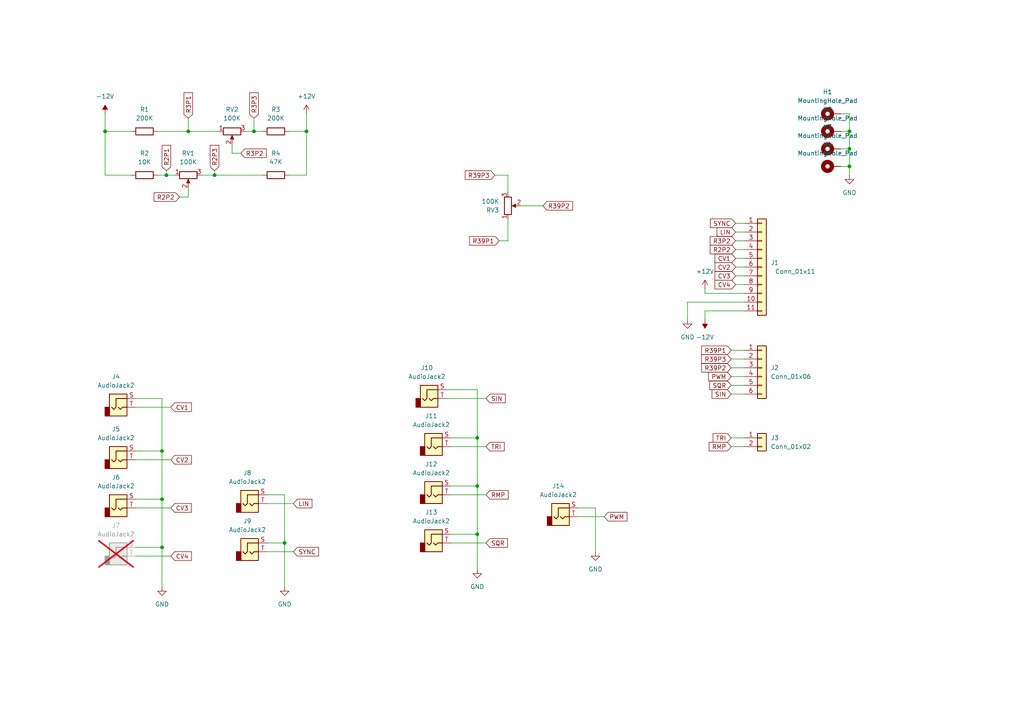
<source format=kicad_sch>
(kicad_sch (version 20230121) (generator eeschema)
  (paper "A4")
  (lib_symbols
    (symbol "Connector-github:AudioJack2"
      (property "Reference" "J" (at 0 8.89 0))
      (property "Value" "AudioJack2" (at 0 6.35 0))
      (symbol "AudioJack2_0_1"
        (rectangle (start -3.81 0) (end -2.54 -2.54) (stroke (width 0.254)) (fill (type outline)))
        (rectangle (start -2.54 3.81) (end 2.54 -2.54) (stroke (width 0.254)) (fill (type background)))
        (polyline (pts (xy 0 0) (xy 0.635 -0.635) (xy 1.27 0) (xy 2.54 0)) (stroke (width 0.254)))
        (polyline (pts (xy 2.54 2.54) (xy -0.635 2.54) (xy -0.635 0) (xy -1.27 -0.635) (xy -1.905 0)) (stroke (width 0.254)))
      )
      (symbol "AudioJack2_1_1"
        (pin passive line (at 5.08 2.54 180) (length 2.54) (name "~") (number "S"))
        (pin passive line (at 5.08 0 180) (length 2.54) (name "~") (number "T"))
      )
    )
    (symbol "Connector_Generic:Conn_01x02" (pin_names (offset 1.016) hide)
      (property "Reference" "J" (at 0 2.54 0))
      (property "Value" "Conn_01x02" (at 0 -5.08 0))
      (symbol "Conn_01x02_1_1"
        (rectangle (start -1.27 -2.413) (end 0 -2.667) (stroke (width 0.1524)))
        (rectangle (start -1.27 0.127) (end 0 -0.127) (stroke (width 0.1524)))
        (rectangle (start -1.27 1.27) (end 1.27 -3.81) (stroke (width 0.254)) (fill (type background)))
        (pin passive line (at -5.08 0 0) (length 3.81) (name "Pin_1") (number "1"))
        (pin passive line (at -5.08 -2.54 0) (length 3.81) (name "Pin_2") (number "2"))
      )
    )
    (symbol "Connector_Generic:Conn_01x06" (pin_names (offset 1.016) hide)
      (property "Reference" "J" (at 0 7.62 0))
      (property "Value" "Conn_01x06" (at 0 -10.16 0))
      (symbol "Conn_01x06_1_1"
        (rectangle (start -1.27 -7.493) (end 0 -7.747) (stroke (width 0.1524)))
        (rectangle (start -1.27 -4.953) (end 0 -5.207) (stroke (width 0.1524)))
        (rectangle (start -1.27 -2.413) (end 0 -2.667) (stroke (width 0.1524)))
        (rectangle (start -1.27 0.127) (end 0 -0.127) (stroke (width 0.1524)))
        (rectangle (start -1.27 2.667) (end 0 2.413) (stroke (width 0.1524)))
        (rectangle (start -1.27 5.207) (end 0 4.953) (stroke (width 0.1524)))
        (rectangle (start -1.27 6.35) (end 1.27 -8.89) (stroke (width 0.254)) (fill (type background)))
        (pin passive line (at -5.08 5.08 0) (length 3.81) (name "Pin_1") (number "1"))
        (pin passive line (at -5.08 2.54 0) (length 3.81) (name "Pin_2") (number "2"))
        (pin passive line (at -5.08 0 0) (length 3.81) (name "Pin_3") (number "3"))
        (pin passive line (at -5.08 -2.54 0) (length 3.81) (name "Pin_4") (number "4"))
        (pin passive line (at -5.08 -5.08 0) (length 3.81) (name "Pin_5") (number "5"))
        (pin passive line (at -5.08 -7.62 0) (length 3.81) (name "Pin_6") (number "6"))
      )
    )
    (symbol "Connector_Generic:Conn_01x11" (pin_names (offset 1.016) hide)
      (property "Reference" "J" (at 0 15.24 0))
      (property "Value" "Conn_01x11" (at 0 -15.24 0))
      (symbol "Conn_01x11_1_1"
        (rectangle (start -1.27 -12.573) (end 0 -12.827) (stroke (width 0.1524)))
        (rectangle (start -1.27 -10.033) (end 0 -10.287) (stroke (width 0.1524)))
        (rectangle (start -1.27 -7.493) (end 0 -7.747) (stroke (width 0.1524)))
        (rectangle (start -1.27 -4.953) (end 0 -5.207) (stroke (width 0.1524)))
        (rectangle (start -1.27 -2.413) (end 0 -2.667) (stroke (width 0.1524)))
        (rectangle (start -1.27 0.127) (end 0 -0.127) (stroke (width 0.1524)))
        (rectangle (start -1.27 2.667) (end 0 2.413) (stroke (width 0.1524)))
        (rectangle (start -1.27 5.207) (end 0 4.953) (stroke (width 0.1524)))
        (rectangle (start -1.27 7.747) (end 0 7.493) (stroke (width 0.1524)))
        (rectangle (start -1.27 10.287) (end 0 10.033) (stroke (width 0.1524)))
        (rectangle (start -1.27 12.827) (end 0 12.573) (stroke (width 0.1524)))
        (rectangle (start -1.27 13.97) (end 1.27 -13.97) (stroke (width 0.254)) (fill (type background)))
        (pin passive line (at -5.08 12.7 0) (length 3.81) (name "Pin_1") (number "1"))
        (pin passive line (at -5.08 -10.16 0) (length 3.81) (name "Pin_10") (number "10"))
        (pin passive line (at -5.08 -12.7 0) (length 3.81) (name "Pin_11") (number "11"))
        (pin passive line (at -5.08 10.16 0) (length 3.81) (name "Pin_2") (number "2"))
        (pin passive line (at -5.08 7.62 0) (length 3.81) (name "Pin_3") (number "3"))
        (pin passive line (at -5.08 5.08 0) (length 3.81) (name "Pin_4") (number "4"))
        (pin passive line (at -5.08 2.54 0) (length 3.81) (name "Pin_5") (number "5"))
        (pin passive line (at -5.08 0 0) (length 3.81) (name "Pin_6") (number "6"))
        (pin passive line (at -5.08 -2.54 0) (length 3.81) (name "Pin_7") (number "7"))
        (pin passive line (at -5.08 -5.08 0) (length 3.81) (name "Pin_8") (number "8"))
        (pin passive line (at -5.08 -7.62 0) (length 3.81) (name "Pin_9") (number "9"))
      )
    )
    (symbol "Device:R" (pin_numbers hide) (pin_names (offset 0))
      (property "Reference" "R" (at 2.032 0 90))
      (property "Value" "R" (at 0 0 90))
      (symbol "R_0_1"
        (rectangle (start -1.016 -2.54) (end 1.016 2.54) (stroke (width 0.254)))
      )
      (symbol "R_1_1"
        (pin passive line (at 0 3.81 270) (length 1.27) (name "~") (number "1"))
        (pin passive line (at 0 -3.81 90) (length 1.27) (name "~") (number "2"))
      )
    )
    (symbol "Device:R_Potentiometer" (pin_names (offset 1.016) hide)
      (property "Reference" "RV" (at -4.445 0 90))
      (property "Value" "R_Potentiometer" (at -2.54 0 90))
      (symbol "R_Potentiometer_0_1"
        (polyline (pts (xy 2.54 0) (xy 1.524 0)))
        (polyline (pts (xy 1.143 0) (xy 2.286 0.508) (xy 2.286 -0.508) (xy 1.143 0)) (fill (type outline)))
        (rectangle (start 1.016 2.54) (end -1.016 -2.54) (stroke (width 0.254)))
      )
      (symbol "R_Potentiometer_1_1"
        (pin passive line (at 0 3.81 270) (length 1.27) (name "1") (number "1"))
        (pin passive line (at 3.81 0 180) (length 1.27) (name "2") (number "2"))
        (pin passive line (at 0 -3.81 90) (length 1.27) (name "3") (number "3"))
      )
    )
    (symbol "Mechanical:MountingHole_Pad" (pin_numbers hide) (pin_names (offset 1.016) hide)
      (property "Reference" "H" (at 0 6.35 0))
      (property "Value" "MountingHole_Pad" (at 0 4.445 0))
      (symbol "MountingHole_Pad_0_1"
        (circle (center 0 1.27) (radius 1.27) (stroke (width 1.27)))
      )
      (symbol "MountingHole_Pad_1_1"
        (pin input line (at 0 -2.54 90) (length 2.54) (name "1") (number "1"))
      )
    )
    (symbol "power:+12V" (power) (pin_names (offset 0))
      (property "Value" "+12V" (at 0 3.556 0))
      (symbol "+12V_0_1"
        (polyline (pts (xy -0.762 1.27) (xy 0 2.54)))
        (polyline (pts (xy 0 0) (xy 0 2.54)))
        (polyline (pts (xy 0 2.54) (xy 0.762 1.27)))
      )
      (symbol "+12V_1_1"
        (pin power_in line (at 0 0 90) (length 0) hide (name "+12V") (number "1"))
      )
    )
    (symbol "power:-12V" (power) (pin_names (offset 0))
      (property "Value" "-12V" (at 0 3.81 0))
      (symbol "-12V_0_0"
        (pin power_in line (at 0 0 90) (length 0) hide (name "-12V") (number "1"))
      )
      (symbol "-12V_0_1"
        (polyline (pts (xy 0 0) (xy 0 1.27) (xy 0.762 1.27) (xy 0 2.54) (xy -0.762 1.27) (xy 0 1.27)) (fill (type outline)))
      )
    )
    (symbol "power:GND" (power) (pin_names (offset 0))
      (property "Value" "GND" (at 0 -3.81 0))
      (symbol "GND_0_1"
        (polyline (pts (xy 0 0) (xy 0 -1.27) (xy 1.27 -1.27) (xy 0 -2.54) (xy -1.27 -1.27) (xy 0 -1.27)))
      )
      (symbol "GND_1_1"
        (pin power_in line (at 0 0 270) (length 0) hide (name "GND") (number "1"))
      )
    )
  )
  (junction (at 246.38 48.26))
  (junction (at 88.9 38.1))
  (junction (at 246.38 43.18))
  (junction (at 54.61 38.1))
  (junction (at 138.43 127))
  (junction (at 30.48 38.1))
  (junction (at 46.99 144.78))
  (junction (at 46.99 130.81))
  (junction (at 82.55 157.48))
  (junction (at 48.26 50.8))
  (junction (at 62.23 50.8))
  (junction (at 138.43 140.97))
  (junction (at 246.38 38.1))
  (junction (at 46.99 158.75))
  (junction (at 73.66 38.1))
  (junction (at 138.43 154.94))
  (wire (pts (xy 246.38 50.8) (xy 246.38 48.26)))
  (wire (pts (xy 243.84 38.1) (xy 246.38 38.1)))
  (wire (pts (xy 67.31 44.45) (xy 69.85 44.45)))
  (wire (pts (xy 130.81 154.94) (xy 138.43 154.94)))
  (wire (pts (xy 213.36 74.93) (xy 215.9 74.93)))
  (wire (pts (xy 215.9 114.3) (xy 212.09 114.3)))
  (wire (pts (xy 38.1 38.1) (xy 30.48 38.1)))
  (wire (pts (xy 38.1 50.8) (xy 30.48 50.8)))
  (wire (pts (xy 215.9 106.68) (xy 212.09 106.68)))
  (wire (pts (xy 46.99 158.75) (xy 46.99 170.18)))
  (wire (pts (xy 138.43 140.97) (xy 138.43 154.94)))
  (wire (pts (xy 246.38 38.1) (xy 246.38 33.02)))
  (wire (pts (xy 77.47 157.48) (xy 82.55 157.48)))
  (wire (pts (xy 88.9 33.02) (xy 88.9 38.1)))
  (wire (pts (xy 54.61 34.29) (xy 54.61 38.1)))
  (wire (pts (xy 129.54 113.03) (xy 138.43 113.03)))
  (wire (pts (xy 39.37 133.35) (xy 49.53 133.35)))
  (wire (pts (xy 130.81 129.54) (xy 140.97 129.54)))
  (wire (pts (xy 215.9 87.63) (xy 199.39 87.63)))
  (wire (pts (xy 172.72 147.32) (xy 172.72 160.02)))
  (wire (pts (xy 213.36 69.85) (xy 215.9 69.85)))
  (wire (pts (xy 243.84 43.18) (xy 246.38 43.18)))
  (wire (pts (xy 48.26 50.8) (xy 50.8 50.8)))
  (wire (pts (xy 46.99 115.57) (xy 46.99 130.81)))
  (wire (pts (xy 39.37 118.11) (xy 49.53 118.11)))
  (wire (pts (xy 73.66 38.1) (xy 76.2 38.1)))
  (wire (pts (xy 30.48 33.02) (xy 30.48 38.1)))
  (wire (pts (xy 212.09 127) (xy 215.9 127)))
  (wire (pts (xy 129.54 115.57) (xy 140.97 115.57)))
  (wire (pts (xy 138.43 113.03) (xy 138.43 127)))
  (wire (pts (xy 243.84 48.26) (xy 246.38 48.26)))
  (wire (pts (xy 212.09 129.54) (xy 215.9 129.54)))
  (wire (pts (xy 144.78 69.85) (xy 147.32 69.85)))
  (wire (pts (xy 167.64 149.86) (xy 175.26 149.86)))
  (wire (pts (xy 82.55 157.48) (xy 82.55 170.18)))
  (wire (pts (xy 151.13 59.69) (xy 157.48 59.69)))
  (wire (pts (xy 246.38 43.18) (xy 246.38 38.1)))
  (wire (pts (xy 213.36 82.55) (xy 215.9 82.55)))
  (wire (pts (xy 45.72 38.1) (xy 54.61 38.1)))
  (wire (pts (xy 83.82 38.1) (xy 88.9 38.1)))
  (wire (pts (xy 77.47 143.51) (xy 82.55 143.51)))
  (wire (pts (xy 213.36 77.47) (xy 215.9 77.47)))
  (wire (pts (xy 138.43 154.94) (xy 138.43 165.1)))
  (wire (pts (xy 130.81 140.97) (xy 138.43 140.97)))
  (wire (pts (xy 204.47 92.71) (xy 204.47 90.17)))
  (wire (pts (xy 62.23 49.53) (xy 62.23 50.8)))
  (wire (pts (xy 204.47 85.09) (xy 215.9 85.09)))
  (wire (pts (xy 30.48 50.8) (xy 30.48 38.1)))
  (wire (pts (xy 54.61 54.61) (xy 54.61 57.15)))
  (wire (pts (xy 215.9 109.22) (xy 212.09 109.22)))
  (wire (pts (xy 82.55 143.51) (xy 82.55 157.48)))
  (wire (pts (xy 77.47 160.02) (xy 85.09 160.02)))
  (wire (pts (xy 130.81 143.51) (xy 140.97 143.51)))
  (wire (pts (xy 83.82 50.8) (xy 88.9 50.8)))
  (wire (pts (xy 215.9 104.14) (xy 212.09 104.14)))
  (wire (pts (xy 52.07 57.15) (xy 54.61 57.15)))
  (wire (pts (xy 46.99 130.81) (xy 46.99 144.78)))
  (wire (pts (xy 213.36 67.31) (xy 215.9 67.31)))
  (wire (pts (xy 46.99 144.78) (xy 46.99 158.75)))
  (wire (pts (xy 204.47 83.82) (xy 204.47 85.09)))
  (wire (pts (xy 246.38 48.26) (xy 246.38 43.18)))
  (wire (pts (xy 67.31 41.91) (xy 67.31 44.45)))
  (wire (pts (xy 199.39 87.63) (xy 199.39 92.71)))
  (wire (pts (xy 138.43 127) (xy 138.43 140.97)))
  (wire (pts (xy 58.42 50.8) (xy 62.23 50.8)))
  (wire (pts (xy 130.81 157.48) (xy 140.97 157.48)))
  (wire (pts (xy 39.37 130.81) (xy 46.99 130.81)))
  (wire (pts (xy 246.38 33.02) (xy 243.84 33.02)))
  (wire (pts (xy 39.37 147.32) (xy 49.53 147.32)))
  (wire (pts (xy 71.12 38.1) (xy 73.66 38.1)))
  (wire (pts (xy 39.37 115.57) (xy 46.99 115.57)))
  (wire (pts (xy 147.32 63.5) (xy 147.32 69.85)))
  (wire (pts (xy 215.9 111.76) (xy 212.09 111.76)))
  (wire (pts (xy 213.36 72.39) (xy 215.9 72.39)))
  (wire (pts (xy 73.66 34.29) (xy 73.66 38.1)))
  (wire (pts (xy 88.9 50.8) (xy 88.9 38.1)))
  (wire (pts (xy 204.47 90.17) (xy 215.9 90.17)))
  (wire (pts (xy 39.37 158.75) (xy 46.99 158.75)))
  (wire (pts (xy 143.51 50.8) (xy 147.32 50.8)))
  (wire (pts (xy 54.61 38.1) (xy 63.5 38.1)))
  (wire (pts (xy 77.47 146.05) (xy 85.09 146.05)))
  (wire (pts (xy 213.36 80.01) (xy 215.9 80.01)))
  (wire (pts (xy 130.81 127) (xy 138.43 127)))
  (wire (pts (xy 45.72 50.8) (xy 48.26 50.8)))
  (wire (pts (xy 147.32 55.88) (xy 147.32 50.8)))
  (wire (pts (xy 48.26 49.53) (xy 48.26 50.8)))
  (wire (pts (xy 39.37 161.29) (xy 49.53 161.29)))
  (wire (pts (xy 62.23 50.8) (xy 76.2 50.8)))
  (wire (pts (xy 39.37 144.78) (xy 46.99 144.78)))
  (wire (pts (xy 213.36 64.77) (xy 215.9 64.77)))
  (wire (pts (xy 215.9 101.6) (xy 212.09 101.6)))
  (wire (pts (xy 167.64 147.32) (xy 172.72 147.32)))
  (global_label "LIN" (shape input) (at 213.36 67.31 180) (property "Intersheetrefs" "${INTERSHEET_REFS}" (effects hide)))
  (global_label "CV4" (shape input) (at 213.36 82.55 180) (property "Intersheetrefs" "${INTERSHEET_REFS}" (effects hide)))
  (global_label "CV3" (shape input) (at 49.53 147.32 0) (property "Intersheetrefs" "${INTERSHEET_REFS}" (effects hide)))
  (global_label "TRI" (shape input) (at 212.09 127 180) (property "Intersheetrefs" "${INTERSHEET_REFS}" (effects hide)))
  (global_label "R3P2" (shape input) (at 213.36 69.85 180) (property "Intersheetrefs" "${INTERSHEET_REFS}" (effects hide)))
  (global_label "TRI" (shape input) (at 140.97 129.54 0) (property "Intersheetrefs" "${INTERSHEET_REFS}" (effects hide)))
  (global_label "R39P3" (shape input) (at 212.09 104.14 180) (property "Intersheetrefs" "${INTERSHEET_REFS}" (effects hide)))
  (global_label "SQR" (shape input) (at 212.09 111.76 180) (property "Intersheetrefs" "${INTERSHEET_REFS}" (effects hide)))
  (global_label "R3P2" (shape input) (at 69.85 44.45 0) (property "Intersheetrefs" "${INTERSHEET_REFS}" (effects hide)))
  (global_label "R2P1" (shape input) (at 48.26 49.53 90) (property "Intersheetrefs" "${INTERSHEET_REFS}" (effects hide)))
  (global_label "CV4" (shape input) (at 49.53 161.29 0) (property "Intersheetrefs" "${INTERSHEET_REFS}" (effects hide)))
  (global_label "CV1" (shape input) (at 213.36 74.93 180) (property "Intersheetrefs" "${INTERSHEET_REFS}" (effects hide)))
  (global_label "LIN" (shape input) (at 85.09 146.05 0) (property "Intersheetrefs" "${INTERSHEET_REFS}" (effects hide)))
  (global_label "R2P2" (shape input) (at 52.07 57.15 180) (property "Intersheetrefs" "${INTERSHEET_REFS}" (effects hide)))
  (global_label "PWM" (shape input) (at 212.09 109.22 180) (property "Intersheetrefs" "${INTERSHEET_REFS}" (effects hide)))
  (global_label "SQR" (shape input) (at 140.97 157.48 0) (property "Intersheetrefs" "${INTERSHEET_REFS}" (effects hide)))
  (global_label "R2P2" (shape input) (at 213.36 72.39 180) (property "Intersheetrefs" "${INTERSHEET_REFS}" (effects hide)))
  (global_label "R39P3" (shape input) (at 143.51 50.8 180) (property "Intersheetrefs" "${INTERSHEET_REFS}" (effects hide)))
  (global_label "SIN" (shape input) (at 140.97 115.57 0) (property "Intersheetrefs" "${INTERSHEET_REFS}" (effects hide)))
  (global_label "CV2" (shape input) (at 49.53 133.35 0) (property "Intersheetrefs" "${INTERSHEET_REFS}" (effects hide)))
  (global_label "RMP" (shape input) (at 212.09 129.54 180) (property "Intersheetrefs" "${INTERSHEET_REFS}" (effects hide)))
  (global_label "R3P1" (shape input) (at 54.61 34.29 90) (property "Intersheetrefs" "${INTERSHEET_REFS}" (effects hide)))
  (global_label "PWM" (shape input) (at 175.26 149.86 0) (property "Intersheetrefs" "${INTERSHEET_REFS}" (effects hide)))
  (global_label "R39P2" (shape input) (at 212.09 106.68 180) (property "Intersheetrefs" "${INTERSHEET_REFS}" (effects hide)))
  (global_label "R39P1" (shape input) (at 212.09 101.6 180) (property "Intersheetrefs" "${INTERSHEET_REFS}" (effects hide)))
  (global_label "CV1" (shape input) (at 49.53 118.11 0) (property "Intersheetrefs" "${INTERSHEET_REFS}" (effects hide)))
  (global_label "SYNC" (shape input) (at 213.36 64.77 180) (property "Intersheetrefs" "${INTERSHEET_REFS}" (effects hide)))
  (global_label "R39P1" (shape input) (at 144.78 69.85 180) (property "Intersheetrefs" "${INTERSHEET_REFS}" (effects hide)))
  (global_label "SYNC" (shape input) (at 85.09 160.02 0) (property "Intersheetrefs" "${INTERSHEET_REFS}" (effects hide)))
  (global_label "R2P3" (shape input) (at 62.23 49.53 90) (property "Intersheetrefs" "${INTERSHEET_REFS}" (effects hide)))
  (global_label "RMP" (shape input) (at 140.97 143.51 0) (property "Intersheetrefs" "${INTERSHEET_REFS}" (effects hide)))
  (global_label "R39P2" (shape input) (at 157.48 59.69 0) (property "Intersheetrefs" "${INTERSHEET_REFS}" (effects hide)))
  (global_label "CV2" (shape input) (at 213.36 77.47 180) (property "Intersheetrefs" "${INTERSHEET_REFS}" (effects hide)))
  (global_label "CV3" (shape input) (at 213.36 80.01 180) (property "Intersheetrefs" "${INTERSHEET_REFS}" (effects hide)))
  (global_label "R3P3" (shape input) (at 73.66 34.29 90) (property "Intersheetrefs" "${INTERSHEET_REFS}" (effects hide)))
  (global_label "SIN" (shape input) (at 212.09 114.3 180) (property "Intersheetrefs" "${INTERSHEET_REFS}" (effects hide)))
  (symbol (lib_id "power:GND") (at 246.38 50.8 0) (unit 1)
    (property "Reference" "#PWR010" (effects hide))
    (property "Value" "GND" (at 246.38 55.88 0))
  )
  (symbol (lib_id "Device:R_Potentiometer") (at 67.31 38.1 90) (mirror x) (unit 1)
    (property "Reference" "RV2" (at 67.31 31.75 90))
    (property "Value" "100K" (at 67.31 34.29 90))
    (property "Footprint" "Library:Potentiometer_Bourns_PTV09A-1_Single_Vertical" (effects hide))
  )
  (symbol (lib_id "Connector-github:AudioJack2") (at 124.46 115.57 0) (unit 1)
    (property "Reference" "J10" (at 123.825 106.68 0))
    (property "Value" "AudioJack2" (at 123.825 109.22 0))
    (property "Footprint" "Library:Jack_3.5mm_QingPu_WQP-PJ398SM_Vertical_CircularHoles" (effects hide))
  )
  (symbol (lib_id "Device:R_Potentiometer") (at 54.61 50.8 90) (mirror x) (unit 1)
    (property "Reference" "RV1" (at 54.61 44.45 90))
    (property "Value" "100K" (at 54.61 46.99 90))
    (property "Footprint" "Library:Potentiometer_Bourns_PTV09A-1_Single_Vertical" (effects hide))
  )
  (symbol (lib_id "power:+12V") (at 204.47 83.82 0) (unit 1)
    (property "Reference" "#PWR02" (effects hide))
    (property "Value" "+12V" (at 204.47 78.74 0))
  )
  (symbol (lib_id "Connector-github:AudioJack2") (at 34.29 161.29 0) (unit 1) (in_bom no) (on_board no) (dnp yes)
    (property "Reference" "J7" (at 33.655 152.4 0))
    (property "Value" "AudioJack2" (at 33.655 154.94 0))
    (property "Footprint" "Connector_Audio:Jack_3.5mm_QingPu_WQP-PJ398SM_Vertical_CircularHoles" (effects hide))
  )
  (symbol (lib_id "Connector-github:AudioJack2") (at 162.56 149.86 0) (unit 1)
    (property "Reference" "J14" (at 161.925 140.97 0))
    (property "Value" "AudioJack2" (at 161.925 143.51 0))
    (property "Footprint" "Library:Jack_3.5mm_QingPu_WQP-PJ398SM_Vertical_CircularHoles" (effects hide))
  )
  (symbol (lib_id "Connector-github:AudioJack2") (at 72.39 146.05 0) (unit 1)
    (property "Reference" "J8" (at 71.755 137.16 0))
    (property "Value" "AudioJack2" (at 71.755 139.7 0))
    (property "Footprint" "Library:Jack_3.5mm_QingPu_WQP-PJ398SM_Vertical_CircularHoles" (effects hide))
  )
  (symbol (lib_id "power:GND") (at 199.39 92.71 0) (unit 1)
    (property "Reference" "#PWR01" (effects hide))
    (property "Value" "GND" (at 199.39 97.79 0))
  )
  (symbol (lib_id "Connector_Generic:Conn_01x02") (at 220.98 127 0) (unit 1)
    (property "Reference" "J3" (at 223.52 127 0) (effects (justify left)))
    (property "Value" "Conn_01x02" (at 223.52 129.54 0) (effects (justify left)))
    (property "Footprint" "Connector_PinHeader_2.54mm:PinHeader_1x02_P2.54mm_Vertical" (effects hide))
  )
  (symbol (lib_id "Device:R") (at 80.01 38.1 90) (unit 1)
    (property "Reference" "R3" (at 80.01 31.75 90))
    (property "Value" "200K" (at 80.01 34.29 90))
    (property "Footprint" "Resistor_THT:R_Axial_DIN0204_L3.6mm_D1.6mm_P5.08mm_Horizontal" (effects hide))
  )
  (symbol (lib_id "Device:R") (at 41.91 38.1 90) (unit 1)
    (property "Reference" "R1" (at 41.91 31.75 90))
    (property "Value" "200K" (at 41.91 34.29 90))
    (property "Footprint" "Resistor_THT:R_Axial_DIN0204_L3.6mm_D1.6mm_P5.08mm_Horizontal" (effects hide))
  )
  (symbol (lib_id "Connector_Generic:Conn_01x06") (at 220.98 106.68 0) (unit 1)
    (property "Reference" "J2" (at 223.52 106.68 0) (effects (justify left)))
    (property "Value" "Conn_01x06" (at 223.52 109.22 0) (effects (justify left)))
    (property "Footprint" "Connector_PinHeader_2.54mm:PinHeader_1x06_P2.54mm_Vertical" (effects hide))
  )
  (symbol (lib_id "Mechanical:MountingHole_Pad") (at 241.3 48.26 90) (unit 1)
    (property "Reference" "H4" (at 240.03 41.91 90))
    (property "Value" "MountingHole_Pad" (at 240.03 44.45 90))
    (property "Footprint" "MountingHole:MountingHole_3.2mm_M3_Pad" (effects hide))
  )
  (symbol (lib_id "Connector-github:AudioJack2") (at 125.73 157.48 0) (unit 1)
    (property "Reference" "J13" (at 125.095 148.59 0))
    (property "Value" "AudioJack2" (at 125.095 151.13 0))
    (property "Footprint" "Library:Jack_3.5mm_QingPu_WQP-PJ398SM_Vertical_CircularHoles" (effects hide))
  )
  (symbol (lib_id "power:-12V") (at 204.47 92.71 180) (unit 1)
    (property "Reference" "#PWR03" (effects hide))
    (property "Value" "-12V" (at 204.47 97.79 0))
  )
  (symbol (lib_id "Connector-github:AudioJack2") (at 34.29 147.32 0) (unit 1)
    (property "Reference" "J6" (at 33.655 138.43 0))
    (property "Value" "AudioJack2" (at 33.655 140.97 0))
    (property "Footprint" "Library:Jack_3.5mm_QingPu_WQP-PJ398SM_Vertical_CircularHoles" (effects hide))
  )
  (symbol (lib_id "Mechanical:MountingHole_Pad") (at 241.3 43.18 90) (unit 1)
    (property "Reference" "H3" (at 240.03 36.83 90))
    (property "Value" "MountingHole_Pad" (at 240.03 39.37 90))
    (property "Footprint" "MountingHole:MountingHole_3.2mm_M3_Pad" (effects hide))
  )
  (symbol (lib_id "Connector-github:AudioJack2") (at 34.29 133.35 0) (unit 1)
    (property "Reference" "J5" (at 33.655 124.46 0))
    (property "Value" "AudioJack2" (at 33.655 127 0))
    (property "Footprint" "Library:Jack_3.5mm_QingPu_WQP-PJ398SM_Vertical_CircularHoles" (effects hide))
  )
  (symbol (lib_id "power:GND") (at 172.72 160.02 0) (unit 1)
    (property "Reference" "#PWR07" (effects hide))
    (property "Value" "GND" (at 172.72 165.1 0))
  )
  (symbol (lib_id "Connector-github:AudioJack2") (at 125.73 143.51 0) (unit 1)
    (property "Reference" "J12" (at 125.095 134.62 0))
    (property "Value" "AudioJack2" (at 125.095 137.16 0))
    (property "Footprint" "Library:Jack_3.5mm_QingPu_WQP-PJ398SM_Vertical_CircularHoles" (effects hide))
  )
  (symbol (lib_id "Device:R") (at 41.91 50.8 90) (unit 1)
    (property "Reference" "R2" (at 41.91 44.45 90))
    (property "Value" "10K" (at 41.91 46.99 90))
    (property "Footprint" "Resistor_THT:R_Axial_DIN0204_L3.6mm_D1.6mm_P5.08mm_Horizontal" (effects hide))
  )
  (symbol (lib_id "Connector_Generic:Conn_01x11") (at 220.98 77.47 0) (unit 1)
    (property "Reference" "J1" (at 223.52 76.2 0) (effects (justify left)))
    (property "Value" "Conn_01x11" (at 224.79 78.74 0) (effects (justify left)))
    (property "Footprint" "Connector_PinHeader_2.54mm:PinHeader_1x11_P2.54mm_Vertical" (effects hide))
  )
  (symbol (lib_id "Connector-github:AudioJack2") (at 125.73 129.54 0) (unit 1)
    (property "Reference" "J11" (at 125.095 120.65 0))
    (property "Value" "AudioJack2" (at 125.095 123.19 0))
    (property "Footprint" "Library:Jack_3.5mm_QingPu_WQP-PJ398SM_Vertical_CircularHoles" (effects hide))
  )
  (symbol (lib_id "Device:R") (at 80.01 50.8 90) (unit 1)
    (property "Reference" "R4" (at 80.01 44.45 90))
    (property "Value" "47K" (at 80.01 46.99 90))
    (property "Footprint" "Resistor_THT:R_Axial_DIN0204_L3.6mm_D1.6mm_P5.08mm_Horizontal" (effects hide))
  )
  (symbol (lib_id "power:+12V") (at 88.9 33.02 0) (unit 1)
    (property "Reference" "#PWR09" (effects hide))
    (property "Value" "+12V" (at 88.9 27.94 0))
  )
  (symbol (lib_id "Mechanical:MountingHole_Pad") (at 241.3 38.1 90) (unit 1)
    (property "Reference" "H2" (at 240.03 31.75 90))
    (property "Value" "MountingHole_Pad" (at 240.03 34.29 90))
    (property "Footprint" "MountingHole:MountingHole_3.2mm_M3_Pad" (effects hide))
  )
  (symbol (lib_id "power:GND") (at 46.99 170.18 0) (unit 1)
    (property "Reference" "#PWR04" (effects hide))
    (property "Value" "GND" (at 46.99 175.26 0))
  )
  (symbol (lib_id "Connector-github:AudioJack2") (at 72.39 160.02 0) (unit 1)
    (property "Reference" "J9" (at 71.755 151.13 0))
    (property "Value" "AudioJack2" (at 71.755 153.67 0))
    (property "Footprint" "Library:Jack_3.5mm_QingPu_WQP-PJ398SM_Vertical_CircularHoles" (effects hide))
  )
  (symbol (lib_id "Connector-github:AudioJack2") (at 34.29 118.11 0) (unit 1)
    (property "Reference" "J4" (at 33.655 109.22 0))
    (property "Value" "AudioJack2" (at 33.655 111.76 0))
    (property "Footprint" "Library:Jack_3.5mm_QingPu_WQP-PJ398SM_Vertical_CircularHoles" (effects hide))
  )
  (symbol (lib_id "power:GND") (at 82.55 170.18 0) (unit 1)
    (property "Reference" "#PWR05" (effects hide))
    (property "Value" "GND" (at 82.55 175.26 0))
  )
  (symbol (lib_id "power:GND") (at 138.43 165.1 0) (unit 1)
    (property "Reference" "#PWR06" (effects hide))
    (property "Value" "GND" (at 138.43 170.18 0))
  )
  (symbol (lib_id "power:-12V") (at 30.48 33.02 0) (unit 1)
    (property "Reference" "#PWR08" (effects hide))
    (property "Value" "-12V" (at 30.48 27.94 0))
  )
  (symbol (lib_id "Device:R_Potentiometer") (at 147.32 59.69 0) (mirror x) (unit 1)
    (property "Reference" "RV3" (at 144.78 60.96 0) (effects (justify right)))
    (property "Value" "100K" (at 144.78 58.42 0) (effects (justify right)))
    (property "Footprint" "Library:Potentiometer_Bourns_PTV09A-1_Single_Vertical" (effects hide))
  )
  (symbol (lib_id "Mechanical:MountingHole_Pad") (at 241.3 33.02 90) (unit 1)
    (property "Reference" "H1" (at 240.03 26.67 90))
    (property "Value" "MountingHole_Pad" (at 240.03 29.21 90))
    (property "Footprint" "MountingHole:MountingHole_3.2mm_M3_Pad" (effects hide))
  )
)
</source>
